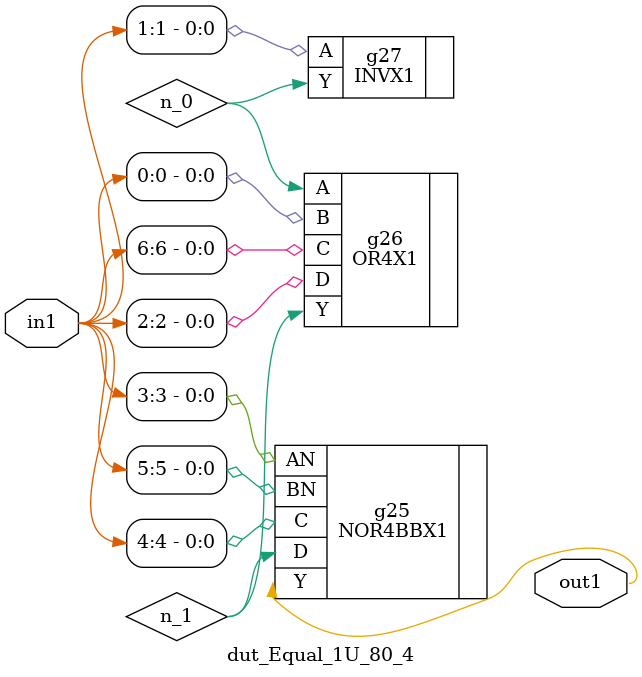
<source format=v>
`timescale 1ps / 1ps


module dut_Equal_1U_80_4(in1, out1);
  input [6:0] in1;
  output out1;
  wire [6:0] in1;
  wire out1;
  wire n_0, n_1;
  NOR4BBX1 g25(.AN (in1[3]), .BN (in1[5]), .C (in1[4]), .D (n_1), .Y
       (out1));
  OR4X1 g26(.A (n_0), .B (in1[0]), .C (in1[6]), .D (in1[2]), .Y (n_1));
  INVX1 g27(.A (in1[1]), .Y (n_0));
endmodule



</source>
